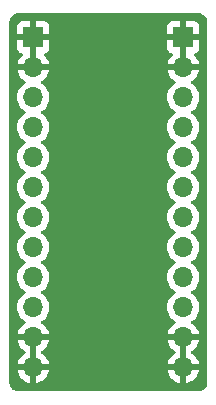
<source format=gbl>
G04 #@! TF.GenerationSoftware,KiCad,Pcbnew,(6.0.7)*
G04 #@! TF.CreationDate,2023-04-10T20:46:38+08:00*
G04 #@! TF.ProjectId,switchNMos1,73776974-6368-44e4-9d6f-73312e6b6963,rev?*
G04 #@! TF.SameCoordinates,Original*
G04 #@! TF.FileFunction,Copper,L2,Bot*
G04 #@! TF.FilePolarity,Positive*
%FSLAX46Y46*%
G04 Gerber Fmt 4.6, Leading zero omitted, Abs format (unit mm)*
G04 Created by KiCad (PCBNEW (6.0.7)) date 2023-04-10 20:46:38*
%MOMM*%
%LPD*%
G01*
G04 APERTURE LIST*
G04 #@! TA.AperFunction,ComponentPad*
%ADD10R,1.700000X1.700000*%
G04 #@! TD*
G04 #@! TA.AperFunction,ComponentPad*
%ADD11O,1.700000X1.700000*%
G04 #@! TD*
G04 #@! TA.AperFunction,ViaPad*
%ADD12C,0.700000*%
G04 #@! TD*
G04 APERTURE END LIST*
D10*
X137160000Y-88900000D03*
D11*
X137160000Y-91440000D03*
X137160000Y-93980000D03*
X137160000Y-96520000D03*
X137160000Y-99060000D03*
X137160000Y-101600000D03*
X137160000Y-104140000D03*
X137160000Y-106680000D03*
X137160000Y-109220000D03*
X137160000Y-111760000D03*
X137160000Y-114300000D03*
X137160000Y-116840000D03*
D10*
X124460000Y-88900000D03*
D11*
X124460000Y-91440000D03*
X124460000Y-93980000D03*
X124460000Y-96520000D03*
X124460000Y-99060000D03*
X124460000Y-101600000D03*
X124460000Y-104140000D03*
X124460000Y-106680000D03*
X124460000Y-109220000D03*
X124460000Y-111760000D03*
X124460000Y-114300000D03*
X124460000Y-116840000D03*
D12*
X133350000Y-106045000D03*
X133350000Y-109855000D03*
X130810000Y-89535000D03*
X130810000Y-97155000D03*
X130810000Y-108585000D03*
X133350000Y-113665000D03*
X134940000Y-117155000D03*
X130810000Y-104775000D03*
X133350000Y-102235000D03*
X133350000Y-91440000D03*
X133350000Y-98425000D03*
X130810000Y-93345000D03*
X130810000Y-112395000D03*
X130810000Y-100965000D03*
X133350000Y-94615000D03*
G04 #@! TA.AperFunction,Conductor*
G36*
X138400018Y-86870000D02*
G01*
X138414852Y-86872310D01*
X138414855Y-86872310D01*
X138423724Y-86873691D01*
X138433659Y-86872392D01*
X138434746Y-86872250D01*
X138463431Y-86871793D01*
X138536741Y-86879013D01*
X138566212Y-86881916D01*
X138590432Y-86886733D01*
X138709546Y-86922866D01*
X138732355Y-86932315D01*
X138842124Y-86990987D01*
X138862655Y-87004705D01*
X138958876Y-87083671D01*
X138976329Y-87101124D01*
X139055295Y-87197345D01*
X139069013Y-87217876D01*
X139127685Y-87327645D01*
X139137134Y-87350454D01*
X139173267Y-87469568D01*
X139178084Y-87493789D01*
X139187541Y-87589809D01*
X139187091Y-87605868D01*
X139187800Y-87605877D01*
X139187690Y-87614853D01*
X139186309Y-87623724D01*
X139187473Y-87632626D01*
X139187473Y-87632628D01*
X139190436Y-87655283D01*
X139191500Y-87671621D01*
X139191500Y-118060633D01*
X139190000Y-118080018D01*
X139186309Y-118103724D01*
X139187473Y-118112626D01*
X139187750Y-118114746D01*
X139188207Y-118143431D01*
X139185531Y-118170606D01*
X139178084Y-118246212D01*
X139173267Y-118270432D01*
X139137134Y-118389546D01*
X139127685Y-118412355D01*
X139069013Y-118522124D01*
X139055295Y-118542655D01*
X138976329Y-118638876D01*
X138958876Y-118656329D01*
X138862655Y-118735295D01*
X138842124Y-118749013D01*
X138732355Y-118807685D01*
X138709546Y-118817134D01*
X138590432Y-118853267D01*
X138566211Y-118858084D01*
X138470191Y-118867541D01*
X138454132Y-118867091D01*
X138454123Y-118867800D01*
X138445147Y-118867690D01*
X138436276Y-118866309D01*
X138427374Y-118867473D01*
X138427372Y-118867473D01*
X138414856Y-118869110D01*
X138404714Y-118870436D01*
X138388379Y-118871500D01*
X123239367Y-118871500D01*
X123219982Y-118870000D01*
X123205148Y-118867690D01*
X123205145Y-118867690D01*
X123196276Y-118866309D01*
X123186341Y-118867608D01*
X123185254Y-118867750D01*
X123156569Y-118868207D01*
X123083259Y-118860987D01*
X123053788Y-118858084D01*
X123029568Y-118853267D01*
X122910454Y-118817134D01*
X122887645Y-118807685D01*
X122777876Y-118749013D01*
X122757345Y-118735295D01*
X122661124Y-118656329D01*
X122643671Y-118638876D01*
X122564705Y-118542655D01*
X122550987Y-118522124D01*
X122492315Y-118412355D01*
X122482866Y-118389546D01*
X122446733Y-118270432D01*
X122441916Y-118246212D01*
X122432711Y-118152755D01*
X122432607Y-118129151D01*
X122432768Y-118127354D01*
X122433576Y-118122552D01*
X122433729Y-118110000D01*
X122429773Y-118082376D01*
X122428500Y-118064514D01*
X122428500Y-117107966D01*
X123128257Y-117107966D01*
X123158565Y-117242446D01*
X123161645Y-117252275D01*
X123241770Y-117449603D01*
X123246413Y-117458794D01*
X123357694Y-117640388D01*
X123363777Y-117648699D01*
X123503213Y-117809667D01*
X123510580Y-117816883D01*
X123674434Y-117952916D01*
X123682881Y-117958831D01*
X123866756Y-118066279D01*
X123876042Y-118070729D01*
X124075001Y-118146703D01*
X124084899Y-118149579D01*
X124188250Y-118170606D01*
X124202299Y-118169410D01*
X124206000Y-118159065D01*
X124206000Y-118158517D01*
X124714000Y-118158517D01*
X124718064Y-118172359D01*
X124731478Y-118174393D01*
X124738184Y-118173534D01*
X124748262Y-118171392D01*
X124952255Y-118110191D01*
X124961842Y-118106433D01*
X125153095Y-118012739D01*
X125161945Y-118007464D01*
X125335328Y-117883792D01*
X125343200Y-117877139D01*
X125494052Y-117726812D01*
X125500730Y-117718965D01*
X125625003Y-117546020D01*
X125630313Y-117537183D01*
X125724670Y-117346267D01*
X125728469Y-117336672D01*
X125790377Y-117132910D01*
X125792555Y-117122837D01*
X125793986Y-117111962D01*
X125793363Y-117107966D01*
X135828257Y-117107966D01*
X135858565Y-117242446D01*
X135861645Y-117252275D01*
X135941770Y-117449603D01*
X135946413Y-117458794D01*
X136057694Y-117640388D01*
X136063777Y-117648699D01*
X136203213Y-117809667D01*
X136210580Y-117816883D01*
X136374434Y-117952916D01*
X136382881Y-117958831D01*
X136566756Y-118066279D01*
X136576042Y-118070729D01*
X136775001Y-118146703D01*
X136784899Y-118149579D01*
X136888250Y-118170606D01*
X136902299Y-118169410D01*
X136906000Y-118159065D01*
X136906000Y-118158517D01*
X137414000Y-118158517D01*
X137418064Y-118172359D01*
X137431478Y-118174393D01*
X137438184Y-118173534D01*
X137448262Y-118171392D01*
X137652255Y-118110191D01*
X137661842Y-118106433D01*
X137853095Y-118012739D01*
X137861945Y-118007464D01*
X138035328Y-117883792D01*
X138043200Y-117877139D01*
X138194052Y-117726812D01*
X138200730Y-117718965D01*
X138325003Y-117546020D01*
X138330313Y-117537183D01*
X138424670Y-117346267D01*
X138428469Y-117336672D01*
X138490377Y-117132910D01*
X138492555Y-117122837D01*
X138493986Y-117111962D01*
X138491775Y-117097778D01*
X138478617Y-117094000D01*
X137432115Y-117094000D01*
X137416876Y-117098475D01*
X137415671Y-117099865D01*
X137414000Y-117107548D01*
X137414000Y-118158517D01*
X136906000Y-118158517D01*
X136906000Y-117112115D01*
X136901525Y-117096876D01*
X136900135Y-117095671D01*
X136892452Y-117094000D01*
X135843225Y-117094000D01*
X135829694Y-117097973D01*
X135828257Y-117107966D01*
X125793363Y-117107966D01*
X125791775Y-117097778D01*
X125778617Y-117094000D01*
X124732115Y-117094000D01*
X124716876Y-117098475D01*
X124715671Y-117099865D01*
X124714000Y-117107548D01*
X124714000Y-118158517D01*
X124206000Y-118158517D01*
X124206000Y-117112115D01*
X124201525Y-117096876D01*
X124200135Y-117095671D01*
X124192452Y-117094000D01*
X123143225Y-117094000D01*
X123129694Y-117097973D01*
X123128257Y-117107966D01*
X122428500Y-117107966D01*
X122428500Y-116574183D01*
X123124389Y-116574183D01*
X123125912Y-116582607D01*
X123138292Y-116586000D01*
X124187885Y-116586000D01*
X124203124Y-116581525D01*
X124204329Y-116580135D01*
X124206000Y-116572452D01*
X124206000Y-116567885D01*
X124714000Y-116567885D01*
X124718475Y-116583124D01*
X124719865Y-116584329D01*
X124727548Y-116586000D01*
X125778344Y-116586000D01*
X125791875Y-116582027D01*
X125793002Y-116574183D01*
X135824389Y-116574183D01*
X135825912Y-116582607D01*
X135838292Y-116586000D01*
X136887885Y-116586000D01*
X136903124Y-116581525D01*
X136904329Y-116580135D01*
X136906000Y-116572452D01*
X136906000Y-116567885D01*
X137414000Y-116567885D01*
X137418475Y-116583124D01*
X137419865Y-116584329D01*
X137427548Y-116586000D01*
X138478344Y-116586000D01*
X138491875Y-116582027D01*
X138493180Y-116572947D01*
X138451214Y-116405875D01*
X138447894Y-116396124D01*
X138362972Y-116200814D01*
X138358105Y-116191739D01*
X138242426Y-116012926D01*
X138236136Y-116004757D01*
X138092806Y-115847240D01*
X138085273Y-115840215D01*
X137918139Y-115708222D01*
X137909552Y-115702517D01*
X137872116Y-115681851D01*
X137822146Y-115631419D01*
X137807374Y-115561976D01*
X137832490Y-115495571D01*
X137859842Y-115468964D01*
X138035327Y-115343792D01*
X138043200Y-115337139D01*
X138194052Y-115186812D01*
X138200730Y-115178965D01*
X138325003Y-115006020D01*
X138330313Y-114997183D01*
X138424670Y-114806267D01*
X138428469Y-114796672D01*
X138490377Y-114592910D01*
X138492555Y-114582837D01*
X138493986Y-114571962D01*
X138491775Y-114557778D01*
X138478617Y-114554000D01*
X137432115Y-114554000D01*
X137416876Y-114558475D01*
X137415671Y-114559865D01*
X137414000Y-114567548D01*
X137414000Y-116567885D01*
X136906000Y-116567885D01*
X136906000Y-114572115D01*
X136901525Y-114556876D01*
X136900135Y-114555671D01*
X136892452Y-114554000D01*
X135843225Y-114554000D01*
X135829694Y-114557973D01*
X135828257Y-114567966D01*
X135858565Y-114702446D01*
X135861645Y-114712275D01*
X135941770Y-114909603D01*
X135946413Y-114918794D01*
X136057694Y-115100388D01*
X136063777Y-115108699D01*
X136203213Y-115269667D01*
X136210580Y-115276883D01*
X136374434Y-115412916D01*
X136382881Y-115418831D01*
X136452479Y-115459501D01*
X136501203Y-115511140D01*
X136514274Y-115580923D01*
X136487543Y-115646694D01*
X136447087Y-115680053D01*
X136438462Y-115684542D01*
X136429738Y-115690036D01*
X136259433Y-115817905D01*
X136251726Y-115824748D01*
X136104590Y-115978717D01*
X136098104Y-115986727D01*
X135978098Y-116162649D01*
X135973000Y-116171623D01*
X135883338Y-116364783D01*
X135879775Y-116374470D01*
X135824389Y-116574183D01*
X125793002Y-116574183D01*
X125793180Y-116572947D01*
X125751214Y-116405875D01*
X125747894Y-116396124D01*
X125662972Y-116200814D01*
X125658105Y-116191739D01*
X125542426Y-116012926D01*
X125536136Y-116004757D01*
X125392806Y-115847240D01*
X125385273Y-115840215D01*
X125218139Y-115708222D01*
X125209552Y-115702517D01*
X125172116Y-115681851D01*
X125122146Y-115631419D01*
X125107374Y-115561976D01*
X125132490Y-115495571D01*
X125159842Y-115468964D01*
X125335327Y-115343792D01*
X125343200Y-115337139D01*
X125494052Y-115186812D01*
X125500730Y-115178965D01*
X125625003Y-115006020D01*
X125630313Y-114997183D01*
X125724670Y-114806267D01*
X125728469Y-114796672D01*
X125790377Y-114592910D01*
X125792555Y-114582837D01*
X125793986Y-114571962D01*
X125791775Y-114557778D01*
X125778617Y-114554000D01*
X124732115Y-114554000D01*
X124716876Y-114558475D01*
X124715671Y-114559865D01*
X124714000Y-114567548D01*
X124714000Y-116567885D01*
X124206000Y-116567885D01*
X124206000Y-114572115D01*
X124201525Y-114556876D01*
X124200135Y-114555671D01*
X124192452Y-114554000D01*
X123143225Y-114554000D01*
X123129694Y-114557973D01*
X123128257Y-114567966D01*
X123158565Y-114702446D01*
X123161645Y-114712275D01*
X123241770Y-114909603D01*
X123246413Y-114918794D01*
X123357694Y-115100388D01*
X123363777Y-115108699D01*
X123503213Y-115269667D01*
X123510580Y-115276883D01*
X123674434Y-115412916D01*
X123682881Y-115418831D01*
X123752479Y-115459501D01*
X123801203Y-115511140D01*
X123814274Y-115580923D01*
X123787543Y-115646694D01*
X123747087Y-115680053D01*
X123738462Y-115684542D01*
X123729738Y-115690036D01*
X123559433Y-115817905D01*
X123551726Y-115824748D01*
X123404590Y-115978717D01*
X123398104Y-115986727D01*
X123278098Y-116162649D01*
X123273000Y-116171623D01*
X123183338Y-116364783D01*
X123179775Y-116374470D01*
X123124389Y-116574183D01*
X122428500Y-116574183D01*
X122428500Y-111726695D01*
X123097251Y-111726695D01*
X123097548Y-111731848D01*
X123097548Y-111731851D01*
X123103011Y-111826590D01*
X123110110Y-111949715D01*
X123111247Y-111954761D01*
X123111248Y-111954767D01*
X123131119Y-112042939D01*
X123159222Y-112167639D01*
X123243266Y-112374616D01*
X123359987Y-112565088D01*
X123506250Y-112733938D01*
X123678126Y-112876632D01*
X123751955Y-112919774D01*
X123800679Y-112971412D01*
X123813750Y-113041195D01*
X123787019Y-113106967D01*
X123746562Y-113140327D01*
X123738457Y-113144546D01*
X123729738Y-113150036D01*
X123559433Y-113277905D01*
X123551726Y-113284748D01*
X123404590Y-113438717D01*
X123398104Y-113446727D01*
X123278098Y-113622649D01*
X123273000Y-113631623D01*
X123183338Y-113824783D01*
X123179775Y-113834470D01*
X123124389Y-114034183D01*
X123125912Y-114042607D01*
X123138292Y-114046000D01*
X125778344Y-114046000D01*
X125791875Y-114042027D01*
X125793180Y-114032947D01*
X125751214Y-113865875D01*
X125747894Y-113856124D01*
X125662972Y-113660814D01*
X125658105Y-113651739D01*
X125542426Y-113472926D01*
X125536136Y-113464757D01*
X125392806Y-113307240D01*
X125385273Y-113300215D01*
X125218139Y-113168222D01*
X125209556Y-113162520D01*
X125172602Y-113142120D01*
X125122631Y-113091687D01*
X125107859Y-113022245D01*
X125132975Y-112955839D01*
X125160327Y-112929232D01*
X125183797Y-112912491D01*
X125339860Y-112801173D01*
X125498096Y-112643489D01*
X125557594Y-112560689D01*
X125625435Y-112466277D01*
X125628453Y-112462077D01*
X125727430Y-112261811D01*
X125792370Y-112048069D01*
X125821529Y-111826590D01*
X125823156Y-111760000D01*
X125820418Y-111726695D01*
X135797251Y-111726695D01*
X135797548Y-111731848D01*
X135797548Y-111731851D01*
X135803011Y-111826590D01*
X135810110Y-111949715D01*
X135811247Y-111954761D01*
X135811248Y-111954767D01*
X135831119Y-112042939D01*
X135859222Y-112167639D01*
X135943266Y-112374616D01*
X136059987Y-112565088D01*
X136206250Y-112733938D01*
X136378126Y-112876632D01*
X136451955Y-112919774D01*
X136500679Y-112971412D01*
X136513750Y-113041195D01*
X136487019Y-113106967D01*
X136446562Y-113140327D01*
X136438457Y-113144546D01*
X136429738Y-113150036D01*
X136259433Y-113277905D01*
X136251726Y-113284748D01*
X136104590Y-113438717D01*
X136098104Y-113446727D01*
X135978098Y-113622649D01*
X135973000Y-113631623D01*
X135883338Y-113824783D01*
X135879775Y-113834470D01*
X135824389Y-114034183D01*
X135825912Y-114042607D01*
X135838292Y-114046000D01*
X138478344Y-114046000D01*
X138491875Y-114042027D01*
X138493180Y-114032947D01*
X138451214Y-113865875D01*
X138447894Y-113856124D01*
X138362972Y-113660814D01*
X138358105Y-113651739D01*
X138242426Y-113472926D01*
X138236136Y-113464757D01*
X138092806Y-113307240D01*
X138085273Y-113300215D01*
X137918139Y-113168222D01*
X137909556Y-113162520D01*
X137872602Y-113142120D01*
X137822631Y-113091687D01*
X137807859Y-113022245D01*
X137832975Y-112955839D01*
X137860327Y-112929232D01*
X137883797Y-112912491D01*
X138039860Y-112801173D01*
X138198096Y-112643489D01*
X138257594Y-112560689D01*
X138325435Y-112466277D01*
X138328453Y-112462077D01*
X138427430Y-112261811D01*
X138492370Y-112048069D01*
X138521529Y-111826590D01*
X138523156Y-111760000D01*
X138504852Y-111537361D01*
X138450431Y-111320702D01*
X138361354Y-111115840D01*
X138240014Y-110928277D01*
X138089670Y-110763051D01*
X138085619Y-110759852D01*
X138085615Y-110759848D01*
X137918414Y-110627800D01*
X137918410Y-110627798D01*
X137914359Y-110624598D01*
X137873053Y-110601796D01*
X137823084Y-110551364D01*
X137808312Y-110481921D01*
X137833428Y-110415516D01*
X137860780Y-110388909D01*
X137904603Y-110357650D01*
X138039860Y-110261173D01*
X138198096Y-110103489D01*
X138257594Y-110020689D01*
X138325435Y-109926277D01*
X138328453Y-109922077D01*
X138427430Y-109721811D01*
X138492370Y-109508069D01*
X138521529Y-109286590D01*
X138523156Y-109220000D01*
X138504852Y-108997361D01*
X138450431Y-108780702D01*
X138361354Y-108575840D01*
X138240014Y-108388277D01*
X138089670Y-108223051D01*
X138085619Y-108219852D01*
X138085615Y-108219848D01*
X137918414Y-108087800D01*
X137918410Y-108087798D01*
X137914359Y-108084598D01*
X137873053Y-108061796D01*
X137823084Y-108011364D01*
X137808312Y-107941921D01*
X137833428Y-107875516D01*
X137860780Y-107848909D01*
X137904603Y-107817650D01*
X138039860Y-107721173D01*
X138198096Y-107563489D01*
X138257594Y-107480689D01*
X138325435Y-107386277D01*
X138328453Y-107382077D01*
X138427430Y-107181811D01*
X138492370Y-106968069D01*
X138521529Y-106746590D01*
X138523156Y-106680000D01*
X138504852Y-106457361D01*
X138450431Y-106240702D01*
X138361354Y-106035840D01*
X138240014Y-105848277D01*
X138089670Y-105683051D01*
X138085619Y-105679852D01*
X138085615Y-105679848D01*
X137918414Y-105547800D01*
X137918410Y-105547798D01*
X137914359Y-105544598D01*
X137873053Y-105521796D01*
X137823084Y-105471364D01*
X137808312Y-105401921D01*
X137833428Y-105335516D01*
X137860780Y-105308909D01*
X137904603Y-105277650D01*
X138039860Y-105181173D01*
X138198096Y-105023489D01*
X138257594Y-104940689D01*
X138325435Y-104846277D01*
X138328453Y-104842077D01*
X138427430Y-104641811D01*
X138492370Y-104428069D01*
X138521529Y-104206590D01*
X138523156Y-104140000D01*
X138504852Y-103917361D01*
X138450431Y-103700702D01*
X138361354Y-103495840D01*
X138240014Y-103308277D01*
X138089670Y-103143051D01*
X138085619Y-103139852D01*
X138085615Y-103139848D01*
X137918414Y-103007800D01*
X137918410Y-103007798D01*
X137914359Y-103004598D01*
X137873053Y-102981796D01*
X137823084Y-102931364D01*
X137808312Y-102861921D01*
X137833428Y-102795516D01*
X137860780Y-102768909D01*
X137904603Y-102737650D01*
X138039860Y-102641173D01*
X138198096Y-102483489D01*
X138257594Y-102400689D01*
X138325435Y-102306277D01*
X138328453Y-102302077D01*
X138427430Y-102101811D01*
X138492370Y-101888069D01*
X138521529Y-101666590D01*
X138523156Y-101600000D01*
X138504852Y-101377361D01*
X138450431Y-101160702D01*
X138361354Y-100955840D01*
X138240014Y-100768277D01*
X138089670Y-100603051D01*
X138085619Y-100599852D01*
X138085615Y-100599848D01*
X137918414Y-100467800D01*
X137918410Y-100467798D01*
X137914359Y-100464598D01*
X137873053Y-100441796D01*
X137823084Y-100391364D01*
X137808312Y-100321921D01*
X137833428Y-100255516D01*
X137860780Y-100228909D01*
X137904603Y-100197650D01*
X138039860Y-100101173D01*
X138198096Y-99943489D01*
X138257594Y-99860689D01*
X138325435Y-99766277D01*
X138328453Y-99762077D01*
X138427430Y-99561811D01*
X138492370Y-99348069D01*
X138521529Y-99126590D01*
X138523156Y-99060000D01*
X138504852Y-98837361D01*
X138450431Y-98620702D01*
X138361354Y-98415840D01*
X138240014Y-98228277D01*
X138089670Y-98063051D01*
X138085619Y-98059852D01*
X138085615Y-98059848D01*
X137918414Y-97927800D01*
X137918410Y-97927798D01*
X137914359Y-97924598D01*
X137873053Y-97901796D01*
X137823084Y-97851364D01*
X137808312Y-97781921D01*
X137833428Y-97715516D01*
X137860780Y-97688909D01*
X137904603Y-97657650D01*
X138039860Y-97561173D01*
X138198096Y-97403489D01*
X138257594Y-97320689D01*
X138325435Y-97226277D01*
X138328453Y-97222077D01*
X138427430Y-97021811D01*
X138492370Y-96808069D01*
X138521529Y-96586590D01*
X138523156Y-96520000D01*
X138504852Y-96297361D01*
X138450431Y-96080702D01*
X138361354Y-95875840D01*
X138240014Y-95688277D01*
X138089670Y-95523051D01*
X138085619Y-95519852D01*
X138085615Y-95519848D01*
X137918414Y-95387800D01*
X137918410Y-95387798D01*
X137914359Y-95384598D01*
X137873053Y-95361796D01*
X137823084Y-95311364D01*
X137808312Y-95241921D01*
X137833428Y-95175516D01*
X137860780Y-95148909D01*
X137904603Y-95117650D01*
X138039860Y-95021173D01*
X138198096Y-94863489D01*
X138257594Y-94780689D01*
X138325435Y-94686277D01*
X138328453Y-94682077D01*
X138427430Y-94481811D01*
X138492370Y-94268069D01*
X138521529Y-94046590D01*
X138523156Y-93980000D01*
X138504852Y-93757361D01*
X138450431Y-93540702D01*
X138361354Y-93335840D01*
X138240014Y-93148277D01*
X138089670Y-92983051D01*
X138085619Y-92979852D01*
X138085615Y-92979848D01*
X137918414Y-92847800D01*
X137918410Y-92847798D01*
X137914359Y-92844598D01*
X137872569Y-92821529D01*
X137822598Y-92771097D01*
X137807826Y-92701654D01*
X137832942Y-92635248D01*
X137860294Y-92608641D01*
X138035328Y-92483792D01*
X138043200Y-92477139D01*
X138194052Y-92326812D01*
X138200730Y-92318965D01*
X138325003Y-92146020D01*
X138330313Y-92137183D01*
X138424670Y-91946267D01*
X138428469Y-91936672D01*
X138490377Y-91732910D01*
X138492555Y-91722837D01*
X138493986Y-91711962D01*
X138491775Y-91697778D01*
X138478617Y-91694000D01*
X135843225Y-91694000D01*
X135829694Y-91697973D01*
X135828257Y-91707966D01*
X135858565Y-91842446D01*
X135861645Y-91852275D01*
X135941770Y-92049603D01*
X135946413Y-92058794D01*
X136057694Y-92240388D01*
X136063777Y-92248699D01*
X136203213Y-92409667D01*
X136210580Y-92416883D01*
X136374434Y-92552916D01*
X136382881Y-92558831D01*
X136451969Y-92599203D01*
X136500693Y-92650842D01*
X136513764Y-92720625D01*
X136487033Y-92786396D01*
X136446584Y-92819752D01*
X136433607Y-92826507D01*
X136429474Y-92829610D01*
X136429471Y-92829612D01*
X136405247Y-92847800D01*
X136254965Y-92960635D01*
X136100629Y-93122138D01*
X135974743Y-93306680D01*
X135880688Y-93509305D01*
X135820989Y-93724570D01*
X135797251Y-93946695D01*
X135797548Y-93951848D01*
X135797548Y-93951851D01*
X135803011Y-94046590D01*
X135810110Y-94169715D01*
X135811247Y-94174761D01*
X135811248Y-94174767D01*
X135831119Y-94262939D01*
X135859222Y-94387639D01*
X135943266Y-94594616D01*
X136059987Y-94785088D01*
X136206250Y-94953938D01*
X136378126Y-95096632D01*
X136448595Y-95137811D01*
X136451445Y-95139476D01*
X136500169Y-95191114D01*
X136513240Y-95260897D01*
X136486509Y-95326669D01*
X136446055Y-95360027D01*
X136433607Y-95366507D01*
X136429474Y-95369610D01*
X136429471Y-95369612D01*
X136405247Y-95387800D01*
X136254965Y-95500635D01*
X136100629Y-95662138D01*
X135974743Y-95846680D01*
X135880688Y-96049305D01*
X135820989Y-96264570D01*
X135797251Y-96486695D01*
X135797548Y-96491848D01*
X135797548Y-96491851D01*
X135803011Y-96586590D01*
X135810110Y-96709715D01*
X135811247Y-96714761D01*
X135811248Y-96714767D01*
X135831119Y-96802939D01*
X135859222Y-96927639D01*
X135943266Y-97134616D01*
X136059987Y-97325088D01*
X136206250Y-97493938D01*
X136378126Y-97636632D01*
X136448595Y-97677811D01*
X136451445Y-97679476D01*
X136500169Y-97731114D01*
X136513240Y-97800897D01*
X136486509Y-97866669D01*
X136446055Y-97900027D01*
X136433607Y-97906507D01*
X136429474Y-97909610D01*
X136429471Y-97909612D01*
X136405247Y-97927800D01*
X136254965Y-98040635D01*
X136100629Y-98202138D01*
X135974743Y-98386680D01*
X135880688Y-98589305D01*
X135820989Y-98804570D01*
X135797251Y-99026695D01*
X135797548Y-99031848D01*
X135797548Y-99031851D01*
X135803011Y-99126590D01*
X135810110Y-99249715D01*
X135811247Y-99254761D01*
X135811248Y-99254767D01*
X135831119Y-99342939D01*
X135859222Y-99467639D01*
X135943266Y-99674616D01*
X136059987Y-99865088D01*
X136206250Y-100033938D01*
X136378126Y-100176632D01*
X136448595Y-100217811D01*
X136451445Y-100219476D01*
X136500169Y-100271114D01*
X136513240Y-100340897D01*
X136486509Y-100406669D01*
X136446055Y-100440027D01*
X136433607Y-100446507D01*
X136429474Y-100449610D01*
X136429471Y-100449612D01*
X136405247Y-100467800D01*
X136254965Y-100580635D01*
X136100629Y-100742138D01*
X135974743Y-100926680D01*
X135880688Y-101129305D01*
X135820989Y-101344570D01*
X135797251Y-101566695D01*
X135797548Y-101571848D01*
X135797548Y-101571851D01*
X135803011Y-101666590D01*
X135810110Y-101789715D01*
X135811247Y-101794761D01*
X135811248Y-101794767D01*
X135831119Y-101882939D01*
X135859222Y-102007639D01*
X135943266Y-102214616D01*
X136059987Y-102405088D01*
X136206250Y-102573938D01*
X136378126Y-102716632D01*
X136448595Y-102757811D01*
X136451445Y-102759476D01*
X136500169Y-102811114D01*
X136513240Y-102880897D01*
X136486509Y-102946669D01*
X136446055Y-102980027D01*
X136433607Y-102986507D01*
X136429474Y-102989610D01*
X136429471Y-102989612D01*
X136405247Y-103007800D01*
X136254965Y-103120635D01*
X136100629Y-103282138D01*
X135974743Y-103466680D01*
X135880688Y-103669305D01*
X135820989Y-103884570D01*
X135797251Y-104106695D01*
X135797548Y-104111848D01*
X135797548Y-104111851D01*
X135803011Y-104206590D01*
X135810110Y-104329715D01*
X135811247Y-104334761D01*
X135811248Y-104334767D01*
X135831119Y-104422939D01*
X135859222Y-104547639D01*
X135943266Y-104754616D01*
X136059987Y-104945088D01*
X136206250Y-105113938D01*
X136378126Y-105256632D01*
X136448595Y-105297811D01*
X136451445Y-105299476D01*
X136500169Y-105351114D01*
X136513240Y-105420897D01*
X136486509Y-105486669D01*
X136446055Y-105520027D01*
X136433607Y-105526507D01*
X136429474Y-105529610D01*
X136429471Y-105529612D01*
X136405247Y-105547800D01*
X136254965Y-105660635D01*
X136100629Y-105822138D01*
X135974743Y-106006680D01*
X135880688Y-106209305D01*
X135820989Y-106424570D01*
X135797251Y-106646695D01*
X135797548Y-106651848D01*
X135797548Y-106651851D01*
X135803011Y-106746590D01*
X135810110Y-106869715D01*
X135811247Y-106874761D01*
X135811248Y-106874767D01*
X135831119Y-106962939D01*
X135859222Y-107087639D01*
X135943266Y-107294616D01*
X136059987Y-107485088D01*
X136206250Y-107653938D01*
X136378126Y-107796632D01*
X136448595Y-107837811D01*
X136451445Y-107839476D01*
X136500169Y-107891114D01*
X136513240Y-107960897D01*
X136486509Y-108026669D01*
X136446055Y-108060027D01*
X136433607Y-108066507D01*
X136429474Y-108069610D01*
X136429471Y-108069612D01*
X136405247Y-108087800D01*
X136254965Y-108200635D01*
X136100629Y-108362138D01*
X135974743Y-108546680D01*
X135880688Y-108749305D01*
X135820989Y-108964570D01*
X135797251Y-109186695D01*
X135797548Y-109191848D01*
X135797548Y-109191851D01*
X135803011Y-109286590D01*
X135810110Y-109409715D01*
X135811247Y-109414761D01*
X135811248Y-109414767D01*
X135831119Y-109502939D01*
X135859222Y-109627639D01*
X135943266Y-109834616D01*
X136059987Y-110025088D01*
X136206250Y-110193938D01*
X136378126Y-110336632D01*
X136448595Y-110377811D01*
X136451445Y-110379476D01*
X136500169Y-110431114D01*
X136513240Y-110500897D01*
X136486509Y-110566669D01*
X136446055Y-110600027D01*
X136433607Y-110606507D01*
X136429474Y-110609610D01*
X136429471Y-110609612D01*
X136405247Y-110627800D01*
X136254965Y-110740635D01*
X136100629Y-110902138D01*
X135974743Y-111086680D01*
X135880688Y-111289305D01*
X135820989Y-111504570D01*
X135797251Y-111726695D01*
X125820418Y-111726695D01*
X125804852Y-111537361D01*
X125750431Y-111320702D01*
X125661354Y-111115840D01*
X125540014Y-110928277D01*
X125389670Y-110763051D01*
X125385619Y-110759852D01*
X125385615Y-110759848D01*
X125218414Y-110627800D01*
X125218410Y-110627798D01*
X125214359Y-110624598D01*
X125173053Y-110601796D01*
X125123084Y-110551364D01*
X125108312Y-110481921D01*
X125133428Y-110415516D01*
X125160780Y-110388909D01*
X125204603Y-110357650D01*
X125339860Y-110261173D01*
X125498096Y-110103489D01*
X125557594Y-110020689D01*
X125625435Y-109926277D01*
X125628453Y-109922077D01*
X125727430Y-109721811D01*
X125792370Y-109508069D01*
X125821529Y-109286590D01*
X125823156Y-109220000D01*
X125804852Y-108997361D01*
X125750431Y-108780702D01*
X125661354Y-108575840D01*
X125540014Y-108388277D01*
X125389670Y-108223051D01*
X125385619Y-108219852D01*
X125385615Y-108219848D01*
X125218414Y-108087800D01*
X125218410Y-108087798D01*
X125214359Y-108084598D01*
X125173053Y-108061796D01*
X125123084Y-108011364D01*
X125108312Y-107941921D01*
X125133428Y-107875516D01*
X125160780Y-107848909D01*
X125204603Y-107817650D01*
X125339860Y-107721173D01*
X125498096Y-107563489D01*
X125557594Y-107480689D01*
X125625435Y-107386277D01*
X125628453Y-107382077D01*
X125727430Y-107181811D01*
X125792370Y-106968069D01*
X125821529Y-106746590D01*
X125823156Y-106680000D01*
X125804852Y-106457361D01*
X125750431Y-106240702D01*
X125661354Y-106035840D01*
X125540014Y-105848277D01*
X125389670Y-105683051D01*
X125385619Y-105679852D01*
X125385615Y-105679848D01*
X125218414Y-105547800D01*
X125218410Y-105547798D01*
X125214359Y-105544598D01*
X125173053Y-105521796D01*
X125123084Y-105471364D01*
X125108312Y-105401921D01*
X125133428Y-105335516D01*
X125160780Y-105308909D01*
X125204603Y-105277650D01*
X125339860Y-105181173D01*
X125498096Y-105023489D01*
X125557594Y-104940689D01*
X125625435Y-104846277D01*
X125628453Y-104842077D01*
X125727430Y-104641811D01*
X125792370Y-104428069D01*
X125821529Y-104206590D01*
X125823156Y-104140000D01*
X125804852Y-103917361D01*
X125750431Y-103700702D01*
X125661354Y-103495840D01*
X125540014Y-103308277D01*
X125389670Y-103143051D01*
X125385619Y-103139852D01*
X125385615Y-103139848D01*
X125218414Y-103007800D01*
X125218410Y-103007798D01*
X125214359Y-103004598D01*
X125173053Y-102981796D01*
X125123084Y-102931364D01*
X125108312Y-102861921D01*
X125133428Y-102795516D01*
X125160780Y-102768909D01*
X125204603Y-102737650D01*
X125339860Y-102641173D01*
X125498096Y-102483489D01*
X125557594Y-102400689D01*
X125625435Y-102306277D01*
X125628453Y-102302077D01*
X125727430Y-102101811D01*
X125792370Y-101888069D01*
X125821529Y-101666590D01*
X125823156Y-101600000D01*
X125804852Y-101377361D01*
X125750431Y-101160702D01*
X125661354Y-100955840D01*
X125540014Y-100768277D01*
X125389670Y-100603051D01*
X125385619Y-100599852D01*
X125385615Y-100599848D01*
X125218414Y-100467800D01*
X125218410Y-100467798D01*
X125214359Y-100464598D01*
X125173053Y-100441796D01*
X125123084Y-100391364D01*
X125108312Y-100321921D01*
X125133428Y-100255516D01*
X125160780Y-100228909D01*
X125204603Y-100197650D01*
X125339860Y-100101173D01*
X125498096Y-99943489D01*
X125557594Y-99860689D01*
X125625435Y-99766277D01*
X125628453Y-99762077D01*
X125727430Y-99561811D01*
X125792370Y-99348069D01*
X125821529Y-99126590D01*
X125823156Y-99060000D01*
X125804852Y-98837361D01*
X125750431Y-98620702D01*
X125661354Y-98415840D01*
X125540014Y-98228277D01*
X125389670Y-98063051D01*
X125385619Y-98059852D01*
X125385615Y-98059848D01*
X125218414Y-97927800D01*
X125218410Y-97927798D01*
X125214359Y-97924598D01*
X125173053Y-97901796D01*
X125123084Y-97851364D01*
X125108312Y-97781921D01*
X125133428Y-97715516D01*
X125160780Y-97688909D01*
X125204603Y-97657650D01*
X125339860Y-97561173D01*
X125498096Y-97403489D01*
X125557594Y-97320689D01*
X125625435Y-97226277D01*
X125628453Y-97222077D01*
X125727430Y-97021811D01*
X125792370Y-96808069D01*
X125821529Y-96586590D01*
X125823156Y-96520000D01*
X125804852Y-96297361D01*
X125750431Y-96080702D01*
X125661354Y-95875840D01*
X125540014Y-95688277D01*
X125389670Y-95523051D01*
X125385619Y-95519852D01*
X125385615Y-95519848D01*
X125218414Y-95387800D01*
X125218410Y-95387798D01*
X125214359Y-95384598D01*
X125173053Y-95361796D01*
X125123084Y-95311364D01*
X125108312Y-95241921D01*
X125133428Y-95175516D01*
X125160780Y-95148909D01*
X125204603Y-95117650D01*
X125339860Y-95021173D01*
X125498096Y-94863489D01*
X125557594Y-94780689D01*
X125625435Y-94686277D01*
X125628453Y-94682077D01*
X125727430Y-94481811D01*
X125792370Y-94268069D01*
X125821529Y-94046590D01*
X125823156Y-93980000D01*
X125804852Y-93757361D01*
X125750431Y-93540702D01*
X125661354Y-93335840D01*
X125540014Y-93148277D01*
X125389670Y-92983051D01*
X125385619Y-92979852D01*
X125385615Y-92979848D01*
X125218414Y-92847800D01*
X125218410Y-92847798D01*
X125214359Y-92844598D01*
X125172569Y-92821529D01*
X125122598Y-92771097D01*
X125107826Y-92701654D01*
X125132942Y-92635248D01*
X125160294Y-92608641D01*
X125335328Y-92483792D01*
X125343200Y-92477139D01*
X125494052Y-92326812D01*
X125500730Y-92318965D01*
X125625003Y-92146020D01*
X125630313Y-92137183D01*
X125724670Y-91946267D01*
X125728469Y-91936672D01*
X125790377Y-91732910D01*
X125792555Y-91722837D01*
X125793986Y-91711962D01*
X125791775Y-91697778D01*
X125778617Y-91694000D01*
X123143225Y-91694000D01*
X123129694Y-91697973D01*
X123128257Y-91707966D01*
X123158565Y-91842446D01*
X123161645Y-91852275D01*
X123241770Y-92049603D01*
X123246413Y-92058794D01*
X123357694Y-92240388D01*
X123363777Y-92248699D01*
X123503213Y-92409667D01*
X123510580Y-92416883D01*
X123674434Y-92552916D01*
X123682881Y-92558831D01*
X123751969Y-92599203D01*
X123800693Y-92650842D01*
X123813764Y-92720625D01*
X123787033Y-92786396D01*
X123746584Y-92819752D01*
X123733607Y-92826507D01*
X123729474Y-92829610D01*
X123729471Y-92829612D01*
X123705247Y-92847800D01*
X123554965Y-92960635D01*
X123400629Y-93122138D01*
X123274743Y-93306680D01*
X123180688Y-93509305D01*
X123120989Y-93724570D01*
X123097251Y-93946695D01*
X123097548Y-93951848D01*
X123097548Y-93951851D01*
X123103011Y-94046590D01*
X123110110Y-94169715D01*
X123111247Y-94174761D01*
X123111248Y-94174767D01*
X123131119Y-94262939D01*
X123159222Y-94387639D01*
X123243266Y-94594616D01*
X123359987Y-94785088D01*
X123506250Y-94953938D01*
X123678126Y-95096632D01*
X123748595Y-95137811D01*
X123751445Y-95139476D01*
X123800169Y-95191114D01*
X123813240Y-95260897D01*
X123786509Y-95326669D01*
X123746055Y-95360027D01*
X123733607Y-95366507D01*
X123729474Y-95369610D01*
X123729471Y-95369612D01*
X123705247Y-95387800D01*
X123554965Y-95500635D01*
X123400629Y-95662138D01*
X123274743Y-95846680D01*
X123180688Y-96049305D01*
X123120989Y-96264570D01*
X123097251Y-96486695D01*
X123097548Y-96491848D01*
X123097548Y-96491851D01*
X123103011Y-96586590D01*
X123110110Y-96709715D01*
X123111247Y-96714761D01*
X123111248Y-96714767D01*
X123131119Y-96802939D01*
X123159222Y-96927639D01*
X123243266Y-97134616D01*
X123359987Y-97325088D01*
X123506250Y-97493938D01*
X123678126Y-97636632D01*
X123748595Y-97677811D01*
X123751445Y-97679476D01*
X123800169Y-97731114D01*
X123813240Y-97800897D01*
X123786509Y-97866669D01*
X123746055Y-97900027D01*
X123733607Y-97906507D01*
X123729474Y-97909610D01*
X123729471Y-97909612D01*
X123705247Y-97927800D01*
X123554965Y-98040635D01*
X123400629Y-98202138D01*
X123274743Y-98386680D01*
X123180688Y-98589305D01*
X123120989Y-98804570D01*
X123097251Y-99026695D01*
X123097548Y-99031848D01*
X123097548Y-99031851D01*
X123103011Y-99126590D01*
X123110110Y-99249715D01*
X123111247Y-99254761D01*
X123111248Y-99254767D01*
X123131119Y-99342939D01*
X123159222Y-99467639D01*
X123243266Y-99674616D01*
X123359987Y-99865088D01*
X123506250Y-100033938D01*
X123678126Y-100176632D01*
X123748595Y-100217811D01*
X123751445Y-100219476D01*
X123800169Y-100271114D01*
X123813240Y-100340897D01*
X123786509Y-100406669D01*
X123746055Y-100440027D01*
X123733607Y-100446507D01*
X123729474Y-100449610D01*
X123729471Y-100449612D01*
X123705247Y-100467800D01*
X123554965Y-100580635D01*
X123400629Y-100742138D01*
X123274743Y-100926680D01*
X123180688Y-101129305D01*
X123120989Y-101344570D01*
X123097251Y-101566695D01*
X123097548Y-101571848D01*
X123097548Y-101571851D01*
X123103011Y-101666590D01*
X123110110Y-101789715D01*
X123111247Y-101794761D01*
X123111248Y-101794767D01*
X123131119Y-101882939D01*
X123159222Y-102007639D01*
X123243266Y-102214616D01*
X123359987Y-102405088D01*
X123506250Y-102573938D01*
X123678126Y-102716632D01*
X123748595Y-102757811D01*
X123751445Y-102759476D01*
X123800169Y-102811114D01*
X123813240Y-102880897D01*
X123786509Y-102946669D01*
X123746055Y-102980027D01*
X123733607Y-102986507D01*
X123729474Y-102989610D01*
X123729471Y-102989612D01*
X123705247Y-103007800D01*
X123554965Y-103120635D01*
X123400629Y-103282138D01*
X123274743Y-103466680D01*
X123180688Y-103669305D01*
X123120989Y-103884570D01*
X123097251Y-104106695D01*
X123097548Y-104111848D01*
X123097548Y-104111851D01*
X123103011Y-104206590D01*
X123110110Y-104329715D01*
X123111247Y-104334761D01*
X123111248Y-104334767D01*
X123131119Y-104422939D01*
X123159222Y-104547639D01*
X123243266Y-104754616D01*
X123359987Y-104945088D01*
X123506250Y-105113938D01*
X123678126Y-105256632D01*
X123748595Y-105297811D01*
X123751445Y-105299476D01*
X123800169Y-105351114D01*
X123813240Y-105420897D01*
X123786509Y-105486669D01*
X123746055Y-105520027D01*
X123733607Y-105526507D01*
X123729474Y-105529610D01*
X123729471Y-105529612D01*
X123705247Y-105547800D01*
X123554965Y-105660635D01*
X123400629Y-105822138D01*
X123274743Y-106006680D01*
X123180688Y-106209305D01*
X123120989Y-106424570D01*
X123097251Y-106646695D01*
X123097548Y-106651848D01*
X123097548Y-106651851D01*
X123103011Y-106746590D01*
X123110110Y-106869715D01*
X123111247Y-106874761D01*
X123111248Y-106874767D01*
X123131119Y-106962939D01*
X123159222Y-107087639D01*
X123243266Y-107294616D01*
X123359987Y-107485088D01*
X123506250Y-107653938D01*
X123678126Y-107796632D01*
X123748595Y-107837811D01*
X123751445Y-107839476D01*
X123800169Y-107891114D01*
X123813240Y-107960897D01*
X123786509Y-108026669D01*
X123746055Y-108060027D01*
X123733607Y-108066507D01*
X123729474Y-108069610D01*
X123729471Y-108069612D01*
X123705247Y-108087800D01*
X123554965Y-108200635D01*
X123400629Y-108362138D01*
X123274743Y-108546680D01*
X123180688Y-108749305D01*
X123120989Y-108964570D01*
X123097251Y-109186695D01*
X123097548Y-109191848D01*
X123097548Y-109191851D01*
X123103011Y-109286590D01*
X123110110Y-109409715D01*
X123111247Y-109414761D01*
X123111248Y-109414767D01*
X123131119Y-109502939D01*
X123159222Y-109627639D01*
X123243266Y-109834616D01*
X123359987Y-110025088D01*
X123506250Y-110193938D01*
X123678126Y-110336632D01*
X123748595Y-110377811D01*
X123751445Y-110379476D01*
X123800169Y-110431114D01*
X123813240Y-110500897D01*
X123786509Y-110566669D01*
X123746055Y-110600027D01*
X123733607Y-110606507D01*
X123729474Y-110609610D01*
X123729471Y-110609612D01*
X123705247Y-110627800D01*
X123554965Y-110740635D01*
X123400629Y-110902138D01*
X123274743Y-111086680D01*
X123180688Y-111289305D01*
X123120989Y-111504570D01*
X123097251Y-111726695D01*
X122428500Y-111726695D01*
X122428500Y-89794669D01*
X123102001Y-89794669D01*
X123102371Y-89801490D01*
X123107895Y-89852352D01*
X123111521Y-89867604D01*
X123156676Y-89988054D01*
X123165214Y-90003649D01*
X123241715Y-90105724D01*
X123254276Y-90118285D01*
X123356351Y-90194786D01*
X123371946Y-90203324D01*
X123481337Y-90244333D01*
X123538101Y-90286975D01*
X123562801Y-90353536D01*
X123547594Y-90422885D01*
X123528201Y-90449366D01*
X123404590Y-90578717D01*
X123398104Y-90586727D01*
X123278098Y-90762649D01*
X123273000Y-90771623D01*
X123183338Y-90964783D01*
X123179775Y-90974470D01*
X123124389Y-91174183D01*
X123125912Y-91182607D01*
X123138292Y-91186000D01*
X124187885Y-91186000D01*
X124203124Y-91181525D01*
X124204329Y-91180135D01*
X124206000Y-91172452D01*
X124206000Y-91167885D01*
X124714000Y-91167885D01*
X124718475Y-91183124D01*
X124719865Y-91184329D01*
X124727548Y-91186000D01*
X125778344Y-91186000D01*
X125791875Y-91182027D01*
X125793180Y-91172947D01*
X125751214Y-91005875D01*
X125747894Y-90996124D01*
X125662972Y-90800814D01*
X125658105Y-90791739D01*
X125542426Y-90612926D01*
X125536136Y-90604757D01*
X125391931Y-90446279D01*
X125360879Y-90382433D01*
X125369273Y-90311934D01*
X125414450Y-90257166D01*
X125440894Y-90243497D01*
X125548054Y-90203324D01*
X125563649Y-90194786D01*
X125665724Y-90118285D01*
X125678285Y-90105724D01*
X125754786Y-90003649D01*
X125763324Y-89988054D01*
X125808478Y-89867606D01*
X125812105Y-89852351D01*
X125817631Y-89801486D01*
X125818000Y-89794672D01*
X125818000Y-89794669D01*
X135802001Y-89794669D01*
X135802371Y-89801490D01*
X135807895Y-89852352D01*
X135811521Y-89867604D01*
X135856676Y-89988054D01*
X135865214Y-90003649D01*
X135941715Y-90105724D01*
X135954276Y-90118285D01*
X136056351Y-90194786D01*
X136071946Y-90203324D01*
X136181337Y-90244333D01*
X136238101Y-90286975D01*
X136262801Y-90353536D01*
X136247594Y-90422885D01*
X136228201Y-90449366D01*
X136104590Y-90578717D01*
X136098104Y-90586727D01*
X135978098Y-90762649D01*
X135973000Y-90771623D01*
X135883338Y-90964783D01*
X135879775Y-90974470D01*
X135824389Y-91174183D01*
X135825912Y-91182607D01*
X135838292Y-91186000D01*
X136887885Y-91186000D01*
X136903124Y-91181525D01*
X136904329Y-91180135D01*
X136906000Y-91172452D01*
X136906000Y-91167885D01*
X137414000Y-91167885D01*
X137418475Y-91183124D01*
X137419865Y-91184329D01*
X137427548Y-91186000D01*
X138478344Y-91186000D01*
X138491875Y-91182027D01*
X138493180Y-91172947D01*
X138451214Y-91005875D01*
X138447894Y-90996124D01*
X138362972Y-90800814D01*
X138358105Y-90791739D01*
X138242426Y-90612926D01*
X138236136Y-90604757D01*
X138091931Y-90446279D01*
X138060879Y-90382433D01*
X138069273Y-90311934D01*
X138114450Y-90257166D01*
X138140894Y-90243497D01*
X138248054Y-90203324D01*
X138263649Y-90194786D01*
X138365724Y-90118285D01*
X138378285Y-90105724D01*
X138454786Y-90003649D01*
X138463324Y-89988054D01*
X138508478Y-89867606D01*
X138512105Y-89852351D01*
X138517631Y-89801486D01*
X138518000Y-89794672D01*
X138518000Y-89172115D01*
X138513525Y-89156876D01*
X138512135Y-89155671D01*
X138504452Y-89154000D01*
X137432115Y-89154000D01*
X137416876Y-89158475D01*
X137415671Y-89159865D01*
X137414000Y-89167548D01*
X137414000Y-91167885D01*
X136906000Y-91167885D01*
X136906000Y-89172115D01*
X136901525Y-89156876D01*
X136900135Y-89155671D01*
X136892452Y-89154000D01*
X135820116Y-89154000D01*
X135804877Y-89158475D01*
X135803672Y-89159865D01*
X135802001Y-89167548D01*
X135802001Y-89794669D01*
X125818000Y-89794669D01*
X125818000Y-89172115D01*
X125813525Y-89156876D01*
X125812135Y-89155671D01*
X125804452Y-89154000D01*
X124732115Y-89154000D01*
X124716876Y-89158475D01*
X124715671Y-89159865D01*
X124714000Y-89167548D01*
X124714000Y-91167885D01*
X124206000Y-91167885D01*
X124206000Y-89172115D01*
X124201525Y-89156876D01*
X124200135Y-89155671D01*
X124192452Y-89154000D01*
X123120116Y-89154000D01*
X123104877Y-89158475D01*
X123103672Y-89159865D01*
X123102001Y-89167548D01*
X123102001Y-89794669D01*
X122428500Y-89794669D01*
X122428500Y-88627885D01*
X123102000Y-88627885D01*
X123106475Y-88643124D01*
X123107865Y-88644329D01*
X123115548Y-88646000D01*
X124187885Y-88646000D01*
X124203124Y-88641525D01*
X124204329Y-88640135D01*
X124206000Y-88632452D01*
X124206000Y-88627885D01*
X124714000Y-88627885D01*
X124718475Y-88643124D01*
X124719865Y-88644329D01*
X124727548Y-88646000D01*
X125799884Y-88646000D01*
X125815123Y-88641525D01*
X125816328Y-88640135D01*
X125817999Y-88632452D01*
X125817999Y-88627885D01*
X135802000Y-88627885D01*
X135806475Y-88643124D01*
X135807865Y-88644329D01*
X135815548Y-88646000D01*
X136887885Y-88646000D01*
X136903124Y-88641525D01*
X136904329Y-88640135D01*
X136906000Y-88632452D01*
X136906000Y-88627885D01*
X137414000Y-88627885D01*
X137418475Y-88643124D01*
X137419865Y-88644329D01*
X137427548Y-88646000D01*
X138499884Y-88646000D01*
X138515123Y-88641525D01*
X138516328Y-88640135D01*
X138517999Y-88632452D01*
X138517999Y-88005331D01*
X138517629Y-87998510D01*
X138512105Y-87947648D01*
X138508479Y-87932396D01*
X138463324Y-87811946D01*
X138454786Y-87796351D01*
X138378285Y-87694276D01*
X138365724Y-87681715D01*
X138263649Y-87605214D01*
X138248054Y-87596676D01*
X138127606Y-87551522D01*
X138112351Y-87547895D01*
X138061486Y-87542369D01*
X138054672Y-87542000D01*
X137432115Y-87542000D01*
X137416876Y-87546475D01*
X137415671Y-87547865D01*
X137414000Y-87555548D01*
X137414000Y-88627885D01*
X136906000Y-88627885D01*
X136906000Y-87560116D01*
X136901525Y-87544877D01*
X136900135Y-87543672D01*
X136892452Y-87542001D01*
X136265331Y-87542001D01*
X136258510Y-87542371D01*
X136207648Y-87547895D01*
X136192396Y-87551521D01*
X136071946Y-87596676D01*
X136056351Y-87605214D01*
X135954276Y-87681715D01*
X135941715Y-87694276D01*
X135865214Y-87796351D01*
X135856676Y-87811946D01*
X135811522Y-87932394D01*
X135807895Y-87947649D01*
X135802369Y-87998514D01*
X135802000Y-88005328D01*
X135802000Y-88627885D01*
X125817999Y-88627885D01*
X125817999Y-88005331D01*
X125817629Y-87998510D01*
X125812105Y-87947648D01*
X125808479Y-87932396D01*
X125763324Y-87811946D01*
X125754786Y-87796351D01*
X125678285Y-87694276D01*
X125665724Y-87681715D01*
X125563649Y-87605214D01*
X125548054Y-87596676D01*
X125427606Y-87551522D01*
X125412351Y-87547895D01*
X125361486Y-87542369D01*
X125354672Y-87542000D01*
X124732115Y-87542000D01*
X124716876Y-87546475D01*
X124715671Y-87547865D01*
X124714000Y-87555548D01*
X124714000Y-88627885D01*
X124206000Y-88627885D01*
X124206000Y-87560116D01*
X124201525Y-87544877D01*
X124200135Y-87543672D01*
X124192452Y-87542001D01*
X123565331Y-87542001D01*
X123558510Y-87542371D01*
X123507648Y-87547895D01*
X123492396Y-87551521D01*
X123371946Y-87596676D01*
X123356351Y-87605214D01*
X123254276Y-87681715D01*
X123241715Y-87694276D01*
X123165214Y-87796351D01*
X123156676Y-87811946D01*
X123111522Y-87932394D01*
X123107895Y-87947649D01*
X123102369Y-87998514D01*
X123102000Y-88005328D01*
X123102000Y-88627885D01*
X122428500Y-88627885D01*
X122428500Y-87683250D01*
X122430246Y-87662345D01*
X122432770Y-87647344D01*
X122432770Y-87647341D01*
X122433576Y-87642552D01*
X122433729Y-87630000D01*
X122432788Y-87623429D01*
X122432123Y-87593218D01*
X122441916Y-87493789D01*
X122446733Y-87469568D01*
X122482866Y-87350454D01*
X122492315Y-87327645D01*
X122550987Y-87217876D01*
X122564705Y-87197345D01*
X122643671Y-87101124D01*
X122661124Y-87083671D01*
X122757345Y-87004705D01*
X122777876Y-86990987D01*
X122887645Y-86932315D01*
X122910454Y-86922866D01*
X123029568Y-86886733D01*
X123053789Y-86881916D01*
X123149809Y-86872459D01*
X123165868Y-86872909D01*
X123165877Y-86872200D01*
X123174853Y-86872310D01*
X123183724Y-86873691D01*
X123192626Y-86872527D01*
X123192628Y-86872527D01*
X123209059Y-86870378D01*
X123215286Y-86869564D01*
X123231621Y-86868500D01*
X138380633Y-86868500D01*
X138400018Y-86870000D01*
G37*
G04 #@! TD.AperFunction*
M02*

</source>
